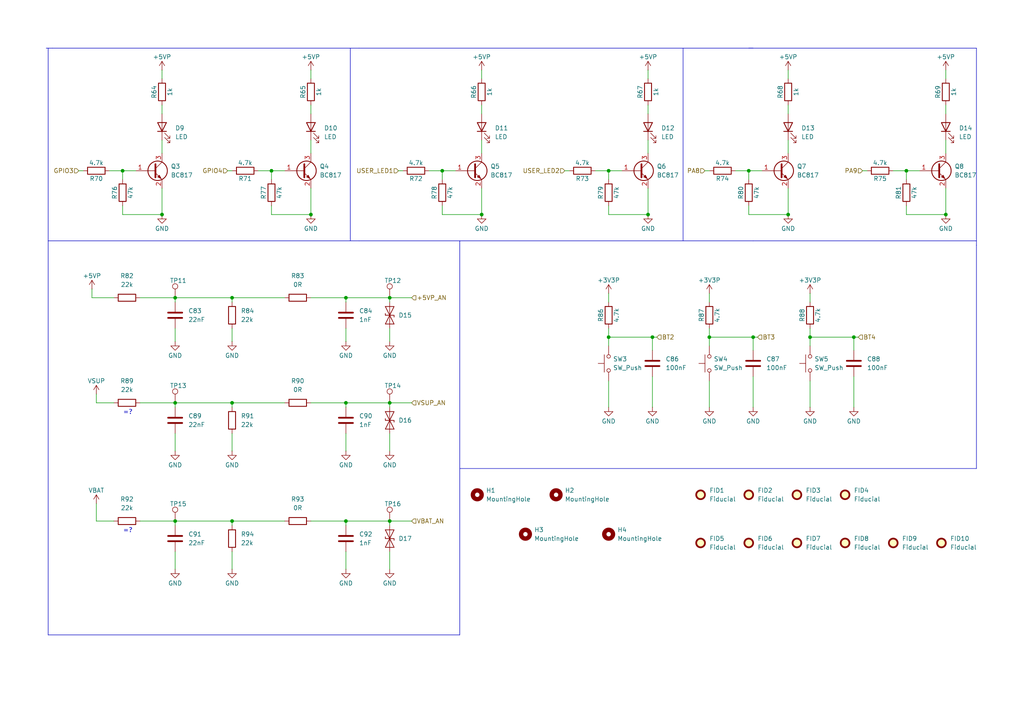
<source format=kicad_sch>
(kicad_sch (version 20250114) (generator "eeschema") (generator_version "9.0")
  (paper "A4")
  (title_block (title "OpenAirScope") (date "2025-09-08") (rev "v0-Draft") (company "E.Mert ÇAKIR"))
  (lib_symbols
    (symbol "Connector:TestPoint" (pin_numbers (hide yes)) (pin_names (offset 0.762) (hide yes))
      (property "Reference" "TP" (at 0 6.858 0))
      (property "Value" "TestPoint" (at 0 5.08 0))
      (symbol "TestPoint_0_1"
        (circle (center 0 3.302) (radius 0.762))
      )
      (symbol "TestPoint_1_1"
        (pin passive line (at 0 0 90) (length 2.54) (name "1") (number "1"))
      )
    )
    (symbol "Device:C" (pin_numbers (hide yes)) (pin_names (offset 0.254))
      (property "Reference" "C" (at 0.635 2.54 0))
      (property "Value" "C" (at 0.635 -2.54 0))
      (symbol "C_0_1"
        (polyline (pts (xy -2.032 0.762) (xy 2.032 0.762)) (stroke (width 0.508)))
        (polyline (pts (xy -2.032 -0.762) (xy 2.032 -0.762)) (stroke (width 0.508)))
      )
      (symbol "C_1_1"
        (pin passive line (at 0 3.81 270) (length 2.794) (name "~") (number "1"))
        (pin passive line (at 0 -3.81 90) (length 2.794) (name "~") (number "2"))
      )
    )
    (symbol "Device:LED" (pin_numbers (hide yes)) (pin_names (offset 1.016) (hide yes))
      (property "Reference" "D" (at 0 2.54 0))
      (property "Value" "LED" (at 0 -2.54 0))
      (symbol "LED_0_1"
        (polyline (pts (xy -3.048 -0.762) (xy -4.572 -2.286) (xy -3.81 -2.286) (xy -4.572 -2.286) (xy -4.572 -1.524)))
        (polyline (pts (xy -1.778 -0.762) (xy -3.302 -2.286) (xy -2.54 -2.286) (xy -3.302 -2.286) (xy -3.302 -1.524)))
        (polyline (pts (xy -1.27 0) (xy 1.27 0)))
        (polyline (pts (xy -1.27 -1.27) (xy -1.27 1.27)) (stroke (width 0.254)))
        (polyline (pts (xy 1.27 -1.27) (xy 1.27 1.27) (xy -1.27 0) (xy 1.27 -1.27)) (stroke (width 0.254)))
      )
      (symbol "LED_1_1"
        (pin passive line (at -3.81 0 0) (length 2.54) (name "K") (number "1"))
        (pin passive line (at 3.81 0 180) (length 2.54) (name "A") (number "2"))
      )
    )
    (symbol "Device:R" (pin_numbers (hide yes)) (pin_names (offset 0))
      (property "Reference" "R" (at 2.032 0 90))
      (property "Value" "R" (at 0 0 90))
      (symbol "R_0_1"
        (rectangle (start -1.016 -2.54) (end 1.016 2.54) (stroke (width 0.254)))
      )
      (symbol "R_1_1"
        (pin passive line (at 0 3.81 270) (length 1.27) (name "~") (number "1"))
        (pin passive line (at 0 -3.81 90) (length 1.27) (name "~") (number "2"))
      )
    )
    (symbol "Diode:ESD9B3.3ST5G" (pin_numbers (hide yes)) (pin_names (offset 1.016) (hide yes))
      (property "Reference" "D" (at 0 2.54 0))
      (property "Value" "ESD9B3.3ST5G" (at 0 -2.54 0))
      (symbol "ESD9B3.3ST5G_0_1"
        (polyline (pts (xy -2.54 -1.27) (xy 0 0) (xy -2.54 1.27) (xy -2.54 -1.27)) (stroke (width 0.2032)))
        (polyline (pts (xy 0.508 1.27) (xy 0 1.27) (xy 0 -1.27) (xy -0.508 -1.27)) (stroke (width 0.2032)))
        (polyline (pts (xy 1.27 0) (xy -1.27 0)))
        (polyline (pts (xy 2.54 1.27) (xy 2.54 -1.27) (xy 0 0) (xy 2.54 1.27)) (stroke (width 0.2032)))
      )
      (symbol "ESD9B3.3ST5G_1_1"
        (pin passive line (at -3.81 0 0) (length 2.54) (name "A1") (number "1"))
        (pin passive line (at 3.81 0 180) (length 2.54) (name "A2") (number "2"))
      )
    )
    (symbol "Mechanical:Fiducial" (in_bom no)
      (property "Reference" "FID" (at 0 5.08 0))
      (property "Value" "Fiducial" (at 0 3.175 0))
      (symbol "Fiducial_0_1"
        (circle (center 0 0) (radius 1.27) (stroke (width 0.508)) (fill (type background)))
      )
    )
    (symbol "Mechanical:MountingHole" (pin_names (offset 1.016)) (in_bom no)
      (property "Reference" "H" (at 0 5.08 0))
      (property "Value" "MountingHole" (at 0 3.175 0))
      (symbol "MountingHole_0_1"
        (circle (center 0 0) (radius 1.27) (stroke (width 1.27)))
      )
    )
    (symbol "Switch:SW_Push" (pin_numbers (hide yes)) (pin_names (offset 1.016) (hide yes))
      (property "Reference" "SW" (at 1.27 2.54 0))
      (property "Value" "SW_Push" (at 0 -1.524 0))
      (symbol "SW_Push_0_1"
        (circle (center -2.032 0) (radius 0.508))
        (polyline (pts (xy 0 1.27) (xy 0 3.048)))
        (circle (center 2.032 0) (radius 0.508))
        (polyline (pts (xy 2.54 1.27) (xy -2.54 1.27)))
        (pin passive line (at -5.08 0 0) (length 2.54) (name "1") (number "1"))
        (pin passive line (at 5.08 0 180) (length 2.54) (name "2") (number "2"))
      )
    )
    (symbol "Transistor_BJT:BC817" (pin_names (offset 0) (hide yes))
      (property "Reference" "Q" (at 5.08 1.905 0))
      (property "Value" "BC817" (at 5.08 0 0))
      (symbol "BC817_0_1"
        (polyline (pts (xy -2.54 0) (xy 0.635 0)))
        (polyline (pts (xy 0.635 1.905) (xy 0.635 -1.905)) (stroke (width 0.508)))
        (circle (center 1.27 0) (radius 2.8194) (stroke (width 0.254)))
      )
      (symbol "BC817_1_1"
        (polyline (pts (xy 0.635 0.635) (xy 2.54 2.54)))
        (polyline (pts (xy 0.635 -0.635) (xy 2.54 -2.54)))
        (polyline (pts (xy 1.27 -1.778) (xy 1.778 -1.27) (xy 2.286 -2.286) (xy 1.27 -1.778)) (fill (type outline)))
        (pin input line (at -5.08 0 0) (length 2.54) (name "B") (number "1"))
        (pin passive line (at 2.54 5.08 270) (length 2.54) (name "C") (number "3"))
        (pin passive line (at 2.54 -5.08 90) (length 2.54) (name "E") (number "2"))
      )
    )
    (symbol "power:GND" (power) (pin_numbers (hide yes)) (pin_names (offset 0) (hide yes))
      (property "Value" "GND" (at 0 -3.81 0))
      (symbol "GND_0_1"
        (polyline (pts (xy 0 0) (xy 0 -1.27) (xy 1.27 -1.27) (xy 0 -2.54) (xy -1.27 -1.27) (xy 0 -1.27)))
      )
      (symbol "GND_1_1"
        (pin power_in line (at 0 0 270) (length 0) (name "~") (number "1"))
      )
    )
    (symbol "power:VBUS" (power) (pin_numbers (hide yes)) (pin_names (offset 0) (hide yes))
      (property "Value" "VBUS" (at 0 3.556 0))
      (symbol "VBUS_0_1"
        (polyline (pts (xy -0.762 1.27) (xy 0 2.54)))
        (polyline (pts (xy 0 2.54) (xy 0.762 1.27)))
        (polyline (pts (xy 0 0) (xy 0 2.54)))
      )
      (symbol "VBUS_1_1"
        (pin power_in line (at 0 0 90) (length 0) (name "~") (number "1"))
      )
    )
  )
  (text "=?" (at 37.084 153.924 0) (effects (font (size 1.27 1.27))))
  (text "=?" (at 37.084 119.634 0) (effects (font (size 1.27 1.27))))
  (junction (at 234.95 97.79))
  (junction (at 46.99 62.23))
  (junction (at 218.44 97.79))
  (junction (at 35.56 49.53))
  (junction (at 100.33 116.84))
  (junction (at 113.03 116.84))
  (junction (at 228.6 62.23))
  (junction (at 139.7 62.23))
  (junction (at 90.17 62.23))
  (junction (at 50.8 116.84))
  (junction (at 176.53 49.53))
  (junction (at 187.96 62.23))
  (junction (at 247.65 97.79))
  (junction (at 67.31 116.84))
  (junction (at 262.89 49.53))
  (junction (at 217.17 49.53))
  (junction (at 50.8 151.13))
  (junction (at 189.23 97.79))
  (junction (at 100.33 151.13))
  (junction (at 128.27 49.53))
  (junction (at 50.8 86.36))
  (junction (at 113.03 86.36))
  (junction (at 67.31 151.13))
  (junction (at 78.74 49.53))
  (junction (at 113.03 151.13))
  (junction (at 176.53 97.79))
  (junction (at 274.32 62.23))
  (junction (at 67.31 86.36))
  (junction (at 205.74 97.79))
  (junction (at 100.33 86.36))
  (wire (pts (xy 35.56 59.69) (xy 35.56 62.23)))
  (wire (pts (xy 262.89 49.53) (xy 266.7 49.53)))
  (wire (pts (xy 113.03 118.11) (xy 113.03 116.84)))
  (wire (pts (xy 228.6 40.64) (xy 228.6 44.45)))
  (wire (pts (xy 67.31 160.02) (xy 67.31 165.1)))
  (wire (pts (xy 172.72 49.53) (xy 176.53 49.53)))
  (polyline (pts (xy 104.14 69.85) (xy 13.97 69.85)))
  (wire (pts (xy 189.23 101.6) (xy 189.23 97.79)))
  (wire (pts (xy 100.33 151.13) (xy 113.03 151.13)))
  (wire (pts (xy 234.95 97.79) (xy 234.95 100.33)))
  (wire (pts (xy 50.8 160.02) (xy 50.8 165.1)))
  (wire (pts (xy 90.17 54.61) (xy 90.17 62.23)))
  (wire (pts (xy 128.27 49.53) (xy 132.08 49.53)))
  (wire (pts (xy 176.53 59.69) (xy 176.53 62.23)))
  (wire (pts (xy 217.17 62.23) (xy 228.6 62.23)))
  (wire (pts (xy 35.56 62.23) (xy 46.99 62.23)))
  (wire (pts (xy 113.03 86.36) (xy 119.38 86.36)))
  (wire (pts (xy 90.17 40.64) (xy 90.17 44.45)))
  (wire (pts (xy 100.33 160.02) (xy 100.33 165.1)))
  (polyline (pts (xy 104.14 69.85) (xy 218.44 69.85)))
  (wire (pts (xy 78.74 49.53) (xy 78.74 52.07)))
  (wire (pts (xy 274.32 40.64) (xy 274.32 44.45)))
  (wire (pts (xy 128.27 49.53) (xy 128.27 52.07)))
  (wire (pts (xy 218.44 109.22) (xy 218.44 118.11)))
  (wire (pts (xy 228.6 20.32) (xy 228.6 22.86)))
  (wire (pts (xy 205.74 95.25) (xy 205.74 97.79)))
  (wire (pts (xy 50.8 86.36) (xy 67.31 86.36)))
  (wire (pts (xy 218.44 101.6) (xy 218.44 97.79)))
  (wire (pts (xy 274.32 30.48) (xy 274.32 33.02)))
  (wire (pts (xy 40.64 86.36) (xy 50.8 86.36)))
  (wire (pts (xy 176.53 110.49) (xy 176.53 118.11)))
  (wire (pts (xy 189.23 97.79) (xy 190.5 97.79)))
  (polyline (pts (xy 283.21 135.89) (xy 283.21 71.12)))
  (wire (pts (xy 247.65 97.79) (xy 234.95 97.79)))
  (wire (pts (xy 67.31 116.84) (xy 82.55 116.84)))
  (wire (pts (xy 124.46 49.53) (xy 128.27 49.53)))
  (wire (pts (xy 262.89 59.69) (xy 262.89 62.23)))
  (wire (pts (xy 46.99 30.48) (xy 46.99 33.02)))
  (wire (pts (xy 113.03 116.84) (xy 119.38 116.84)))
  (wire (pts (xy 128.27 59.69) (xy 128.27 62.23)))
  (wire (pts (xy 176.53 62.23) (xy 187.96 62.23)))
  (wire (pts (xy 90.17 116.84) (xy 100.33 116.84)))
  (polyline (pts (xy 198.12 13.97) (xy 198.12 69.85)))
  (wire (pts (xy 234.95 85.09) (xy 234.95 87.63)))
  (polyline (pts (xy 13.97 69.85) (xy 13.97 184.15)))
  (wire (pts (xy 163.83 49.53) (xy 165.1 49.53)))
  (wire (pts (xy 113.03 125.73) (xy 113.03 130.81)))
  (wire (pts (xy 213.36 49.53) (xy 217.17 49.53)))
  (wire (pts (xy 46.99 40.64) (xy 46.99 44.45)))
  (wire (pts (xy 66.04 49.53) (xy 67.31 49.53)))
  (wire (pts (xy 90.17 20.32) (xy 90.17 22.86)))
  (wire (pts (xy 46.99 54.61) (xy 46.99 62.23)))
  (wire (pts (xy 176.53 49.53) (xy 176.53 52.07)))
  (wire (pts (xy 189.23 109.22) (xy 189.23 118.11)))
  (wire (pts (xy 33.02 86.36) (xy 26.67 86.36)))
  (wire (pts (xy 50.8 116.84) (xy 50.8 118.11)))
  (wire (pts (xy 31.75 49.53) (xy 35.56 49.53)))
  (wire (pts (xy 176.53 49.53) (xy 180.34 49.53)))
  (polyline (pts (xy 101.6 13.97) (xy 101.6 69.85)))
  (wire (pts (xy 217.17 59.69) (xy 217.17 62.23)))
  (wire (pts (xy 40.64 116.84) (xy 50.8 116.84)))
  (wire (pts (xy 274.32 54.61) (xy 274.32 62.23)))
  (polyline (pts (xy 218.44 69.85) (xy 283.21 69.85)))
  (wire (pts (xy 100.33 116.84) (xy 113.03 116.84)))
  (wire (pts (xy 67.31 151.13) (xy 50.8 151.13)))
  (wire (pts (xy 78.74 49.53) (xy 82.55 49.53)))
  (wire (pts (xy 67.31 118.11) (xy 67.31 116.84)))
  (wire (pts (xy 139.7 40.64) (xy 139.7 44.45)))
  (wire (pts (xy 187.96 30.48) (xy 187.96 33.02)))
  (wire (pts (xy 50.8 86.36) (xy 50.8 87.63)))
  (wire (pts (xy 35.56 49.53) (xy 35.56 52.07)))
  (wire (pts (xy 187.96 40.64) (xy 187.96 44.45)))
  (wire (pts (xy 228.6 54.61) (xy 228.6 62.23)))
  (wire (pts (xy 67.31 116.84) (xy 50.8 116.84)))
  (wire (pts (xy 176.53 97.79) (xy 176.53 100.33)))
  (wire (pts (xy 78.74 59.69) (xy 78.74 62.23)))
  (polyline (pts (xy 133.35 69.85) (xy 133.35 71.12)))
  (wire (pts (xy 139.7 30.48) (xy 139.7 33.02)))
  (wire (pts (xy 50.8 151.13) (xy 50.8 152.4)))
  (wire (pts (xy 67.31 95.25) (xy 67.31 99.06)))
  (polyline (pts (xy 13.97 69.85) (xy 13.97 13.97)))
  (wire (pts (xy 113.03 86.36) (xy 100.33 86.36)))
  (polyline (pts (xy 13.3998 13.97) (xy 15.24 13.97)))
  (wire (pts (xy 128.27 62.23) (xy 139.7 62.23)))
  (wire (pts (xy 33.02 151.13) (xy 27.94 151.13)))
  (wire (pts (xy 205.74 85.09) (xy 205.74 87.63)))
  (wire (pts (xy 259.08 49.53) (xy 262.89 49.53)))
  (wire (pts (xy 67.31 125.73) (xy 67.31 130.81)))
  (wire (pts (xy 187.96 20.32) (xy 187.96 22.86)))
  (wire (pts (xy 100.33 86.36) (xy 100.33 87.63)))
  (wire (pts (xy 205.74 97.79) (xy 205.74 100.33)))
  (polyline (pts (xy 283.21 71.12) (xy 283.21 13.97)))
  (wire (pts (xy 234.95 95.25) (xy 234.95 97.79)))
  (wire (pts (xy 262.89 49.53) (xy 262.89 52.07)))
  (wire (pts (xy 113.03 151.13) (xy 119.38 151.13)))
  (wire (pts (xy 139.7 20.32) (xy 139.7 22.86)))
  (wire (pts (xy 40.64 151.13) (xy 50.8 151.13)))
  (wire (pts (xy 115.57 49.53) (xy 116.84 49.53)))
  (wire (pts (xy 234.95 110.49) (xy 234.95 118.11)))
  (wire (pts (xy 67.31 86.36) (xy 82.55 86.36)))
  (wire (pts (xy 27.94 146.05) (xy 27.94 151.13)))
  (wire (pts (xy 26.67 86.36) (xy 26.67 83.82)))
  (wire (pts (xy 113.03 95.25) (xy 113.03 99.06)))
  (wire (pts (xy 67.31 87.63) (xy 67.31 86.36)))
  (wire (pts (xy 74.93 49.53) (xy 78.74 49.53)))
  (wire (pts (xy 100.33 95.25) (xy 100.33 99.06)))
  (wire (pts (xy 27.94 116.84) (xy 27.94 114.3)))
  (wire (pts (xy 218.44 97.79) (xy 219.71 97.79)))
  (wire (pts (xy 67.31 152.4) (xy 67.31 151.13)))
  (polyline (pts (xy 133.35 135.89) (xy 283.21 135.89)))
  (wire (pts (xy 100.33 116.84) (xy 100.33 118.11)))
  (wire (pts (xy 176.53 85.09) (xy 176.53 87.63)))
  (wire (pts (xy 113.03 87.63) (xy 113.03 86.36)))
  (wire (pts (xy 46.99 20.32) (xy 46.99 22.86)))
  (wire (pts (xy 113.03 152.4) (xy 113.03 151.13)))
  (wire (pts (xy 228.6 30.48) (xy 228.6 33.02)))
  (wire (pts (xy 90.17 86.36) (xy 100.33 86.36)))
  (wire (pts (xy 247.65 101.6) (xy 247.65 97.79)))
  (wire (pts (xy 90.17 151.13) (xy 100.33 151.13)))
  (wire (pts (xy 217.17 49.53) (xy 217.17 52.07)))
  (wire (pts (xy 78.74 62.23) (xy 90.17 62.23)))
  (wire (pts (xy 204.47 49.53) (xy 205.74 49.53)))
  (wire (pts (xy 100.33 125.73) (xy 100.33 130.81)))
  (wire (pts (xy 274.32 20.32) (xy 274.32 22.86)))
  (polyline (pts (xy 283.21 13.97) (xy 217.17 13.97)))
  (wire (pts (xy 176.53 95.25) (xy 176.53 97.79)))
  (wire (pts (xy 218.44 97.79) (xy 205.74 97.79)))
  (wire (pts (xy 35.56 49.53) (xy 39.37 49.53)))
  (wire (pts (xy 33.02 116.84) (xy 27.94 116.84)))
  (polyline (pts (xy 15.24 13.97) (xy 104.14 13.97)))
  (wire (pts (xy 187.96 54.61) (xy 187.96 62.23)))
  (wire (pts (xy 250.19 49.53) (xy 251.46 49.53)))
  (wire (pts (xy 113.03 160.02) (xy 113.03 165.1)))
  (wire (pts (xy 247.65 109.22) (xy 247.65 118.11)))
  (polyline (pts (xy 133.35 184.15) (xy 133.35 71.12)))
  (wire (pts (xy 262.89 62.23) (xy 274.32 62.23)))
  (wire (pts (xy 100.33 151.13) (xy 100.33 152.4)))
  (wire (pts (xy 22.86 49.53) (xy 24.13 49.53)))
  (wire (pts (xy 205.74 110.49) (xy 205.74 118.11)))
  (wire (pts (xy 217.17 49.53) (xy 220.98 49.53)))
  (wire (pts (xy 90.17 30.48) (xy 90.17 33.02)))
  (polyline (pts (xy 218.44 13.97) (xy 104.14 13.97)))
  (wire (pts (xy 247.65 97.79) (xy 248.92 97.79)))
  (polyline (pts (xy 13.97 184.15) (xy 133.35 184.15)))
  (wire (pts (xy 50.8 125.73) (xy 50.8 130.81)))
  (wire (pts (xy 67.31 151.13) (xy 82.55 151.13)))
  (wire (pts (xy 189.23 97.79) (xy 176.53 97.79)))
  (wire (pts (xy 50.8 95.25) (xy 50.8 99.06)))
  (wire (pts (xy 139.7 54.61) (xy 139.7 62.23)))
  (hierarchical_label "VSUP_AN" (shape input) (at 119.38 116.84 0))
  (hierarchical_label "BT4" (shape input) (at 248.92 97.79 0))
  (hierarchical_label "PA9" (shape input) (at 250.19 49.53 180))
  (hierarchical_label "VBAT_AN" (shape input) (at 119.38 151.13 0))
  (hierarchical_label "BT2" (shape input) (at 190.5 97.79 0))
  (hierarchical_label "PA8" (shape input) (at 204.47 49.53 180))
  (hierarchical_label "+5VP_AN" (shape input) (at 119.38 86.36 0))
  (hierarchical_label "GPIO4" (shape input) (at 66.04 49.53 180))
  (hierarchical_label "BT3" (shape input) (at 219.71 97.79 0))
  (hierarchical_label "USER_LED2" (shape input) (at 163.83 49.53 180))
  (hierarchical_label "USER_LED1" (shape input) (at 115.57 49.53 180))
  (hierarchical_label "GPIO3" (shape input) (at 22.86 49.53 180))
  (symbol (lib_id "power:GND") (at 100.33 99.06 0) (unit 1)
    (property "Reference" "#PWR0174" (effects (hide yes)))
    (property "Value" "GND" (at 100.33 103.124 0))
    (property "Description" "Power symbol creates a global label with name \"GND\" , ground" (effects (hide yes)))
  )
  (symbol (lib_id "Device:R") (at 27.94 49.53 270) (unit 1)
    (property "Reference" "R70" (at 27.94 51.816 90))
    (property "Value" "4.7k" (at 27.94 47.244 90))
    (property "Footprint" "Resistor_SMD:R_0603_1608Metric" (effects (hide yes)))
    (property "Description" "Resistor" (effects (hide yes)))
  )
  (symbol (lib_id "Device:R") (at 168.91 49.53 270) (unit 1)
    (property "Reference" "R73" (at 168.91 51.816 90))
    (property "Value" "4.7k" (at 168.91 47.244 90))
    (property "Footprint" "Resistor_SMD:R_0603_1608Metric" (effects (hide yes)))
    (property "Description" "Resistor" (effects (hide yes)))
  )
  (symbol (lib_id "power:GND") (at 113.03 99.06 0) (unit 1)
    (property "Reference" "#PWR0175" (effects (hide yes)))
    (property "Value" "GND" (at 113.03 103.124 0))
    (property "Description" "Power symbol creates a global label with name \"GND\" , ground" (effects (hide yes)))
  )
  (symbol (lib_id "Transistor_BJT:BC817") (at 137.16 49.53 0) (unit 1)
    (property "Reference" "Q5" (at 142.24 48.2599 0) (effects (justify left)))
    (property "Value" "BC817" (at 142.24 50.7999 0) (effects (justify left)))
    (property "Footprint" "Package_TO_SOT_SMD:SOT-23" (effects (hide yes)))
    (property "Datasheet" "https://www.onsemi.com/pub/Collateral/BC818-D.pdf" (effects (hide yes)))
    (property "Description" "0.8A Ic, 45V Vce, NPN Transistor, SOT-23" (effects (hide yes)))
  )
  (symbol (lib_id "power:VBUS") (at 27.94 114.3 0) (unit 1)
    (property "Reference" "#PWR0176" (effects (hide yes)))
    (property "Value" "VSUP" (at 27.94 110.49 0))
    (property "Description" "Power symbol creates a global label with name \"VBUS\"" (effects (hide yes)))
  )
  (symbol (lib_id "power:GND") (at 274.32 62.23 0) (unit 1)
    (property "Reference" "#PWR0166" (effects (hide yes)))
    (property "Value" "GND" (at 274.32 66.294 0))
    (property "Description" "Power symbol creates a global label with name \"GND\" , ground" (effects (hide yes)))
  )
  (symbol (lib_id "Diode:ESD9B3.3ST5G") (at 113.03 121.92 90) (unit 1)
    (property "Reference" "D16" (at 115.57 121.9199 90) (effects (justify right)))
    (property "Value" "ESD9B3.3ST5G" (effects (hide yes)))
    (property "Footprint" "Diode_SMD:D_SOD-923" (effects (hide yes)))
    (property "Datasheet" "https://www.onsemi.com/pub/Collateral/ESD9B-D.PDF" (effects (hide yes)))
    (property "Description" "ESD protection diode, 3.3Vrwm, SOD-923" (effects (hide yes)))
  )
  (symbol (lib_id "Mechanical:MountingHole") (at 161.29 143.51 0) (unit 1) (in_bom no)
    (property "Reference" "H2" (at 163.83 142.2399 0) (effects (justify left)))
    (property "Value" "MountingHole" (at 163.83 144.7799 0) (effects (justify left)))
    (property "Footprint" "MountingHole:MountingHole_3.2mm_M3_ISO7380" (effects (hide yes)))
    (property "Description" "Mounting Hole without connection" (effects (hide yes)))
  )
  (symbol (lib_id "power:GND") (at 67.31 99.06 0) (unit 1)
    (property "Reference" "#PWR0173" (effects (hide yes)))
    (property "Value" "GND" (at 67.31 103.124 0))
    (property "Description" "Power symbol creates a global label with name \"GND\" , ground" (effects (hide yes)))
  )
  (symbol (lib_id "Transistor_BJT:BC817") (at 44.45 49.53 0) (unit 1)
    (property "Reference" "Q3" (at 49.53 48.2599 0) (effects (justify left)))
    (property "Value" "BC817" (at 49.53 50.7999 0) (effects (justify left)))
    (property "Footprint" "Package_TO_SOT_SMD:SOT-23" (effects (hide yes)))
    (property "Datasheet" "https://www.onsemi.com/pub/Collateral/BC818-D.pdf" (effects (hide yes)))
    (property "Description" "0.8A Ic, 45V Vce, NPN Transistor, SOT-23" (effects (hide yes)))
  )
  (symbol (lib_id "Transistor_BJT:BC817") (at 87.63 49.53 0) (unit 1)
    (property "Reference" "Q4" (at 92.71 48.2599 0) (effects (justify left)))
    (property "Value" "BC817" (at 92.71 50.7999 0) (effects (justify left)))
    (property "Footprint" "Package_TO_SOT_SMD:SOT-23" (effects (hide yes)))
    (property "Datasheet" "https://www.onsemi.com/pub/Collateral/BC818-D.pdf" (effects (hide yes)))
    (property "Description" "0.8A Ic, 45V Vce, NPN Transistor, SOT-23" (effects (hide yes)))
  )
  (symbol (lib_id "Device:LED") (at 139.7 36.83 90) (unit 1)
    (property "Reference" "D11" (at 143.51 37.1474 90) (effects (justify right)))
    (property "Value" "LED" (at 143.51 39.6874 90) (effects (justify right)))
    (property "Footprint" "LED_SMD:LED_0603_1608Metric" (effects (hide yes)))
    (property "Description" "Light emitting diode" (effects (hide yes)))
    (property "Sim.Pins" "1=K 2=A" (effects (hide yes)))
  )
  (symbol (lib_id "Transistor_BJT:BC817") (at 271.78 49.53 0) (unit 1)
    (property "Reference" "Q8" (at 276.86 48.2599 0) (effects (justify left)))
    (property "Value" "BC817" (at 276.86 50.7999 0) (effects (justify left)))
    (property "Footprint" "Package_TO_SOT_SMD:SOT-23" (effects (hide yes)))
    (property "Datasheet" "https://www.onsemi.com/pub/Collateral/BC818-D.pdf" (effects (hide yes)))
    (property "Description" "0.8A Ic, 45V Vce, NPN Transistor, SOT-23" (effects (hide yes)))
  )
  (symbol (lib_id "power:GND") (at 139.7 62.23 0) (unit 1)
    (property "Reference" "#PWR0163" (effects (hide yes)))
    (property "Value" "GND" (at 139.7 66.294 0))
    (property "Description" "Power symbol creates a global label with name \"GND\" , ground" (effects (hide yes)))
  )
  (symbol (lib_id "Mechanical:Fiducial") (at 231.14 143.51 0) (unit 1) (in_bom no)
    (property "Reference" "FID3" (at 233.68 142.2399 0) (effects (justify left)))
    (property "Value" "Fiducial" (at 233.68 144.7799 0) (effects (justify left)))
    (property "Footprint" "Fiducial:Fiducial_1mm_Mask2mm" (effects (hide yes)))
    (property "Description" "Fiducial Marker" (effects (hide yes)))
  )
  (symbol (lib_id "Device:R") (at 67.31 156.21 180) (unit 1)
    (property "Reference" "R94" (at 69.85 154.9399 0) (effects (justify right)))
    (property "Value" "22k" (at 69.85 157.4799 0) (effects (justify right)))
    (property "Footprint" "Resistor_SMD:R_0603_1608Metric" (effects (hide yes)))
    (property "Description" "Resistor" (effects (hide yes)))
  )
  (symbol (lib_id "Device:LED") (at 46.99 36.83 90) (unit 1)
    (property "Reference" "D9" (at 50.8 37.1474 90) (effects (justify right)))
    (property "Value" "LED" (at 50.8 39.6874 90) (effects (justify right)))
    (property "Footprint" "LED_SMD:LED_0603_1608Metric" (effects (hide yes)))
    (property "Description" "Light emitting diode" (effects (hide yes)))
    (property "Sim.Pins" "1=K 2=A" (effects (hide yes)))
  )
  (symbol (lib_id "Device:LED") (at 228.6 36.83 90) (unit 1)
    (property "Reference" "D13" (at 232.41 37.1474 90) (effects (justify right)))
    (property "Value" "LED" (at 232.41 39.6874 90) (effects (justify right)))
    (property "Footprint" "LED_SMD:LED_0603_1608Metric" (effects (hide yes)))
    (property "Description" "Light emitting diode" (effects (hide yes)))
    (property "Sim.Pins" "1=K 2=A" (effects (hide yes)))
  )
  (symbol (lib_id "Device:C") (at 100.33 156.21 0) (unit 1)
    (property "Reference" "C92" (at 104.14 154.9399 0) (effects (justify left)))
    (property "Value" "1nF" (at 104.14 157.4799 0) (effects (justify left)))
    (property "Footprint" "Capacitor_SMD:C_0603_1608Metric" (effects (hide yes)))
    (property "Description" "Unpolarized capacitor" (effects (hide yes)))
  )
  (symbol (lib_id "power:VBUS") (at 27.94 146.05 0) (unit 1)
    (property "Reference" "#PWR0189" (effects (hide yes)))
    (property "Value" "VBAT" (at 27.94 142.24 0))
    (property "Description" "Power symbol creates a global label with name \"VBUS\"" (effects (hide yes)))
  )
  (symbol (lib_id "Device:R") (at 205.74 91.44 180) (unit 1)
    (property "Reference" "R87" (at 203.454 91.44 90))
    (property "Value" "4.7k" (at 208.026 91.44 90))
    (property "Footprint" "Resistor_SMD:R_0603_1608Metric" (effects (hide yes)))
    (property "Description" "Resistor" (effects (hide yes)))
  )
  (symbol (lib_id "Device:R") (at 78.74 55.88 180) (unit 1)
    (property "Reference" "R77" (at 76.454 55.88 90))
    (property "Value" "47k" (at 81.026 55.88 90))
    (property "Footprint" "Resistor_SMD:R_0603_1608Metric" (effects (hide yes)))
    (property "Description" "Resistor" (effects (hide yes)))
  )
  (symbol (lib_id "power:VBUS") (at 274.32 20.32 0) (unit 1)
    (property "Reference" "#PWR0160" (effects (hide yes)))
    (property "Value" "+5VP" (at 274.32 16.51 0))
    (property "Description" "Power symbol creates a global label with name \"VBUS\"" (effects (hide yes)))
  )
  (symbol (lib_id "power:GND") (at 67.31 165.1 0) (unit 1)
    (property "Reference" "#PWR0191" (effects (hide yes)))
    (property "Value" "GND" (at 67.31 169.164 0))
    (property "Description" "Power symbol creates a global label with name \"GND\" , ground" (effects (hide yes)))
  )
  (symbol (lib_id "Device:LED") (at 187.96 36.83 90) (unit 1)
    (property "Reference" "D12" (at 191.77 37.1474 90) (effects (justify right)))
    (property "Value" "LED" (at 191.77 39.6874 90) (effects (justify right)))
    (property "Footprint" "LED_SMD:LED_0603_1608Metric" (effects (hide yes)))
    (property "Description" "Light emitting diode" (effects (hide yes)))
    (property "Sim.Pins" "1=K 2=A" (effects (hide yes)))
  )
  (symbol (lib_id "Device:R") (at 209.55 49.53 270) (unit 1)
    (property "Reference" "R74" (at 209.55 51.816 90))
    (property "Value" "4.7k" (at 209.55 47.244 90))
    (property "Footprint" "Resistor_SMD:R_0603_1608Metric" (effects (hide yes)))
    (property "Description" "Resistor" (effects (hide yes)))
  )
  (symbol (lib_id "Device:C") (at 50.8 156.21 0) (unit 1)
    (property "Reference" "C91" (at 54.61 154.9399 0) (effects (justify left)))
    (property "Value" "22nF" (at 54.61 157.4799 0) (effects (justify left)))
    (property "Footprint" "Capacitor_SMD:C_0603_1608Metric" (effects (hide yes)))
    (property "Description" "Unpolarized capacitor" (effects (hide yes)))
  )
  (symbol (lib_id "Device:R") (at 71.12 49.53 270) (unit 1)
    (property "Reference" "R71" (at 71.12 51.816 90))
    (property "Value" "4.7k" (at 71.12 47.244 90))
    (property "Footprint" "Resistor_SMD:R_0603_1608Metric" (effects (hide yes)))
    (property "Description" "Resistor" (effects (hide yes)))
  )
  (symbol (lib_id "Connector:TestPoint") (at 50.8 116.84 0) (unit 1)
    (property "Reference" "TP13" (at 49.2617 111.8673 0) (effects (justify left)))
    (property "Value" "TestPoint" (effects (hide yes)))
    (property "Footprint" "TestPoint:TestPoint_Pad_D1.0mm" (effects (hide yes)))
    (property "Description" "test point" (effects (hide yes)))
  )
  (symbol (lib_id "Mechanical:Fiducial") (at 259.08 157.48 0) (unit 1) (in_bom no)
    (property "Reference" "FID9" (at 261.62 156.2099 0) (effects (justify left)))
    (property "Value" "Fiducial" (at 261.62 158.7499 0) (effects (justify left)))
    (property "Footprint" "Fiducial:Fiducial_1mm_Mask2mm" (effects (hide yes)))
    (property "Description" "Fiducial Marker" (effects (hide yes)))
  )
  (symbol (lib_id "Mechanical:MountingHole") (at 152.4 154.94 0) (unit 1) (in_bom no)
    (property "Reference" "H3" (at 154.94 153.6699 0) (effects (justify left)))
    (property "Value" "MountingHole" (at 154.94 156.2099 0) (effects (justify left)))
    (property "Footprint" "MountingHole:MountingHole_3.2mm_M3_ISO7380" (effects (hide yes)))
    (property "Description" "Mounting Hole without connection" (effects (hide yes)))
  )
  (symbol (lib_id "Device:C") (at 50.8 91.44 0) (unit 1)
    (property "Reference" "C83" (at 54.61 90.1699 0) (effects (justify left)))
    (property "Value" "22nF" (at 54.61 92.7099 0) (effects (justify left)))
    (property "Footprint" "Capacitor_SMD:C_0603_1608Metric" (effects (hide yes)))
    (property "Description" "Unpolarized capacitor" (effects (hide yes)))
  )
  (symbol (lib_id "power:VBUS") (at 139.7 20.32 0) (unit 1)
    (property "Reference" "#PWR0157" (effects (hide yes)))
    (property "Value" "+5VP" (at 139.7 16.51 0))
    (property "Description" "Power symbol creates a global label with name \"VBUS\"" (effects (hide yes)))
  )
  (symbol (lib_id "power:GND") (at 50.8 99.06 0) (unit 1)
    (property "Reference" "#PWR0172" (effects (hide yes)))
    (property "Value" "GND" (at 50.8 103.124 0))
    (property "Description" "Power symbol creates a global label with name \"GND\" , ground" (effects (hide yes)))
  )
  (symbol (lib_id "Device:R") (at 86.36 86.36 90) (unit 1)
    (property "Reference" "R83" (at 86.36 80.01 90))
    (property "Value" "0R" (at 86.36 82.55 90))
    (property "Footprint" "Resistor_SMD:R_0603_1608Metric" (effects (hide yes)))
    (property "Description" "Resistor" (effects (hide yes)))
  )
  (symbol (lib_id "Mechanical:Fiducial") (at 273.05 157.48 0) (unit 1) (in_bom no)
    (property "Reference" "FID10" (at 275.59 156.2099 0) (effects (justify left)))
    (property "Value" "Fiducial" (at 275.59 158.7499 0) (effects (justify left)))
    (property "Footprint" "Fiducial:Fiducial_1mm_Mask2mm" (effects (hide yes)))
    (property "Description" "Fiducial Marker" (effects (hide yes)))
  )
  (symbol (lib_id "Connector:TestPoint") (at 50.8 86.36 0) (unit 1)
    (property "Reference" "TP11" (at 49.2617 81.3873 0) (effects (justify left)))
    (property "Value" "TestPoint" (effects (hide yes)))
    (property "Footprint" "TestPoint:TestPoint_Pad_D1.0mm" (effects (hide yes)))
    (property "Description" "test point" (effects (hide yes)))
  )
  (symbol (lib_id "Switch:SW_Push") (at 205.74 105.41 90) (unit 1)
    (property "Reference" "SW4" (at 207.01 104.1399 90) (effects (justify right)))
    (property "Value" "SW_Push" (at 207.01 106.6799 90) (effects (justify right)))
    (property "Footprint" "Button_Switch_THT:SW_PUSH_6mm_H13mm" (effects (hide yes)))
    (property "Description" "Push button switch, generic, two pins" (effects (hide yes)))
  )
  (symbol (lib_id "Device:R") (at 35.56 55.88 180) (unit 1)
    (property "Reference" "R76" (at 33.274 55.88 90))
    (property "Value" "47k" (at 37.846 55.88 90))
    (property "Footprint" "Resistor_SMD:R_0603_1608Metric" (effects (hide yes)))
    (property "Description" "Resistor" (effects (hide yes)))
  )
  (symbol (lib_id "Device:R") (at 176.53 55.88 180) (unit 1)
    (property "Reference" "R79" (at 174.244 55.88 90))
    (property "Value" "47k" (at 178.816 55.88 90))
    (property "Footprint" "Resistor_SMD:R_0603_1608Metric" (effects (hide yes)))
    (property "Description" "Resistor" (effects (hide yes)))
  )
  (symbol (lib_id "Transistor_BJT:BC817") (at 226.06 49.53 0) (unit 1)
    (property "Reference" "Q7" (at 231.14 48.2599 0) (effects (justify left)))
    (property "Value" "BC817" (at 231.14 50.7999 0) (effects (justify left)))
    (property "Footprint" "Package_TO_SOT_SMD:SOT-23" (effects (hide yes)))
    (property "Datasheet" "https://www.onsemi.com/pub/Collateral/BC818-D.pdf" (effects (hide yes)))
    (property "Description" "0.8A Ic, 45V Vce, NPN Transistor, SOT-23" (effects (hide yes)))
  )
  (symbol (lib_id "power:GND") (at 205.74 118.11 0) (unit 1)
    (property "Reference" "#PWR0181" (effects (hide yes)))
    (property "Value" "GND" (at 205.74 122.174 0))
    (property "Description" "Power symbol creates a global label with name \"GND\" , ground" (effects (hide yes)))
  )
  (symbol (lib_id "Diode:ESD9B3.3ST5G") (at 113.03 156.21 90) (unit 1)
    (property "Reference" "D17" (at 115.57 156.2099 90) (effects (justify right)))
    (property "Value" "ESD9B3.3ST5G" (effects (hide yes)))
    (property "Footprint" "Diode_SMD:D_SOD-923" (effects (hide yes)))
    (property "Datasheet" "https://www.onsemi.com/pub/Collateral/ESD9B-D.PDF" (effects (hide yes)))
    (property "Description" "ESD protection diode, 3.3Vrwm, SOD-923" (effects (hide yes)))
  )
  (symbol (lib_id "power:VBUS") (at 205.74 85.09 0) (unit 1)
    (property "Reference" "#PWR0170" (effects (hide yes)))
    (property "Value" "+3V3P" (at 205.74 81.28 0))
    (property "Description" "Power symbol creates a global label with name \"VBUS\"" (effects (hide yes)))
  )
  (symbol (lib_id "power:VBUS") (at 187.96 20.32 0) (unit 1)
    (property "Reference" "#PWR0158" (effects (hide yes)))
    (property "Value" "+5VP" (at 187.96 16.51 0))
    (property "Description" "Power symbol creates a global label with name \"VBUS\"" (effects (hide yes)))
  )
  (symbol (lib_id "Device:R") (at 274.32 26.67 180) (unit 1)
    (property "Reference" "R69" (at 272.034 26.67 90))
    (property "Value" "1k" (at 276.606 26.67 90))
    (property "Footprint" "Resistor_SMD:R_0603_1608Metric" (effects (hide yes)))
    (property "Description" "Resistor" (effects (hide yes)))
  )
  (symbol (lib_id "Mechanical:MountingHole") (at 138.43 143.51 0) (unit 1) (in_bom no)
    (property "Reference" "H1" (at 140.97 142.2399 0) (effects (justify left)))
    (property "Value" "MountingHole" (at 140.97 144.7799 0) (effects (justify left)))
    (property "Footprint" "MountingHole:MountingHole_3.2mm_M3_ISO7380" (effects (hide yes)))
    (property "Description" "Mounting Hole without connection" (effects (hide yes)))
  )
  (symbol (lib_id "power:GND") (at 50.8 130.81 0) (unit 1)
    (property "Reference" "#PWR0185" (effects (hide yes)))
    (property "Value" "GND" (at 50.8 134.874 0))
    (property "Description" "Power symbol creates a global label with name \"GND\" , ground" (effects (hide yes)))
  )
  (symbol (lib_id "Mechanical:Fiducial") (at 245.11 157.48 0) (unit 1) (in_bom no)
    (property "Reference" "FID8" (at 247.65 156.2099 0) (effects (justify left)))
    (property "Value" "Fiducial" (at 247.65 158.7499 0) (effects (justify left)))
    (property "Footprint" "Fiducial:Fiducial_1mm_Mask2mm" (effects (hide yes)))
    (property "Description" "Fiducial Marker" (effects (hide yes)))
  )
  (symbol (lib_id "Device:R") (at 36.83 151.13 90) (unit 1)
    (property "Reference" "R92" (at 36.83 144.78 90))
    (property "Value" "22k" (at 36.83 147.32 90))
    (property "Footprint" "Resistor_SMD:R_0603_1608Metric" (effects (hide yes)))
    (property "Description" "Resistor" (effects (hide yes)))
  )
  (symbol (lib_id "Device:LED") (at 274.32 36.83 90) (unit 1)
    (property "Reference" "D14" (at 278.13 37.1474 90) (effects (justify right)))
    (property "Value" "LED" (at 278.13 39.6874 90) (effects (justify right)))
    (property "Footprint" "LED_SMD:LED_0603_1608Metric" (effects (hide yes)))
    (property "Description" "Light emitting diode" (effects (hide yes)))
    (property "Sim.Pins" "1=K 2=A" (effects (hide yes)))
  )
  (symbol (lib_id "Switch:SW_Push") (at 234.95 105.41 90) (unit 1)
    (property "Reference" "SW5" (at 236.22 104.1399 90) (effects (justify right)))
    (property "Value" "SW_Push" (at 236.22 106.6799 90) (effects (justify right)))
    (property "Footprint" "Button_Switch_THT:SW_PUSH_6mm_H13mm" (effects (hide yes)))
    (property "Description" "Push button switch, generic, two pins" (effects (hide yes)))
  )
  (symbol (lib_id "power:GND") (at 247.65 118.11 0) (unit 1)
    (property "Reference" "#PWR0184" (effects (hide yes)))
    (property "Value" "GND" (at 247.65 122.174 0))
    (property "Description" "Power symbol creates a global label with name \"GND\" , ground" (effects (hide yes)))
  )
  (symbol (lib_id "power:GND") (at 90.17 62.23 0) (unit 1)
    (property "Reference" "#PWR0162" (effects (hide yes)))
    (property "Value" "GND" (at 90.17 66.294 0))
    (property "Description" "Power symbol creates a global label with name \"GND\" , ground" (effects (hide yes)))
  )
  (symbol (lib_id "power:VBUS") (at 176.53 85.09 0) (unit 1)
    (property "Reference" "#PWR0169" (effects (hide yes)))
    (property "Value" "+3V3P" (at 176.53 81.28 0))
    (property "Description" "Power symbol creates a global label with name \"VBUS\"" (effects (hide yes)))
  )
  (symbol (lib_id "Device:R") (at 36.83 116.84 90) (unit 1)
    (property "Reference" "R89" (at 36.83 110.49 90))
    (property "Value" "22k" (at 36.83 113.03 90))
    (property "Footprint" "Resistor_SMD:R_0603_1608Metric" (effects (hide yes)))
    (property "Description" "Resistor" (effects (hide yes)))
  )
  (symbol (lib_id "Device:C") (at 218.44 105.41 0) (unit 1)
    (property "Reference" "C87" (at 222.25 104.1399 0) (effects (justify left)))
    (property "Value" "100nF" (at 222.25 106.6799 0) (effects (justify left)))
    (property "Footprint" "Capacitor_SMD:C_0603_1608Metric" (effects (hide yes)))
    (property "Description" "Unpolarized capacitor" (effects (hide yes)))
  )
  (symbol (lib_id "Mechanical:Fiducial") (at 231.14 157.48 0) (unit 1) (in_bom no)
    (property "Reference" "FID7" (at 233.68 156.2099 0) (effects (justify left)))
    (property "Value" "Fiducial" (at 233.68 158.7499 0) (effects (justify left)))
    (property "Footprint" "Fiducial:Fiducial_1mm_Mask2mm" (effects (hide yes)))
    (property "Description" "Fiducial Marker" (effects (hide yes)))
  )
  (symbol (lib_id "Connector:TestPoint") (at 113.03 116.84 0) (unit 1)
    (property "Reference" "TP14" (at 111.4917 111.8673 0) (effects (justify left)))
    (property "Value" "TestPoint" (effects (hide yes)))
    (property "Footprint" "TestPoint:TestPoint_Pad_D1.0mm" (effects (hide yes)))
    (property "Description" "test point" (effects (hide yes)))
  )
  (symbol (lib_id "Device:R") (at 90.17 26.67 180) (unit 1)
    (property "Reference" "R65" (at 87.884 26.67 90))
    (property "Value" "1k" (at 92.456 26.67 90))
    (property "Footprint" "Resistor_SMD:R_0603_1608Metric" (effects (hide yes)))
    (property "Description" "Resistor" (effects (hide yes)))
  )
  (symbol (lib_id "Device:C") (at 100.33 121.92 0) (unit 1)
    (property "Reference" "C90" (at 104.14 120.6499 0) (effects (justify left)))
    (property "Value" "1nF" (at 104.14 123.1899 0) (effects (justify left)))
    (property "Footprint" "Capacitor_SMD:C_0603_1608Metric" (effects (hide yes)))
    (property "Description" "Unpolarized capacitor" (effects (hide yes)))
  )
  (symbol (lib_id "Device:C") (at 100.33 91.44 0) (unit 1)
    (property "Reference" "C84" (at 104.14 90.1699 0) (effects (justify left)))
    (property "Value" "1nF" (at 104.14 92.7099 0) (effects (justify left)))
    (property "Footprint" "Capacitor_SMD:C_0603_1608Metric" (effects (hide yes)))
    (property "Description" "Unpolarized capacitor" (effects (hide yes)))
  )
  (symbol (lib_id "Mechanical:Fiducial") (at 245.11 143.51 0) (unit 1) (in_bom no)
    (property "Reference" "FID4" (at 247.65 142.2399 0) (effects (justify left)))
    (property "Value" "Fiducial" (at 247.65 144.7799 0) (effects (justify left)))
    (property "Footprint" "Fiducial:Fiducial_1mm_Mask2mm" (effects (hide yes)))
    (property "Description" "Fiducial Marker" (effects (hide yes)))
  )
  (symbol (lib_id "Device:R") (at 262.89 55.88 180) (unit 1)
    (property "Reference" "R81" (at 260.604 55.88 90))
    (property "Value" "47k" (at 265.176 55.88 90))
    (property "Footprint" "Resistor_SMD:R_0603_1608Metric" (effects (hide yes)))
    (property "Description" "Resistor" (effects (hide yes)))
  )
  (symbol (lib_id "Connector:TestPoint") (at 50.8 151.13 0) (unit 1)
    (property "Reference" "TP15" (at 49.2617 146.1573 0) (effects (justify left)))
    (property "Value" "TestPoint" (effects (hide yes)))
    (property "Footprint" "TestPoint:TestPoint_Pad_D1.0mm" (effects (hide yes)))
    (property "Description" "test point" (effects (hide yes)))
  )
  (symbol (lib_id "Device:R") (at 139.7 26.67 180) (unit 1)
    (property "Reference" "R66" (at 137.414 26.67 90))
    (property "Value" "1k" (at 141.986 26.67 90))
    (property "Footprint" "Resistor_SMD:R_0603_1608Metric" (effects (hide yes)))
    (property "Description" "Resistor" (effects (hide yes)))
  )
  (symbol (lib_id "power:GND") (at 67.31 130.81 0) (unit 1)
    (property "Reference" "#PWR0186" (effects (hide yes)))
    (property "Value" "GND" (at 67.31 134.874 0))
    (property "Description" "Power symbol creates a global label with name \"GND\" , ground" (effects (hide yes)))
  )
  (symbol (lib_id "Device:R") (at 187.96 26.67 180) (unit 1)
    (property "Reference" "R67" (at 185.674 26.67 90))
    (property "Value" "1k" (at 190.246 26.67 90))
    (property "Footprint" "Resistor_SMD:R_0603_1608Metric" (effects (hide yes)))
    (property "Description" "Resistor" (effects (hide yes)))
  )
  (symbol (lib_id "Transistor_BJT:BC817") (at 185.42 49.53 0) (unit 1)
    (property "Reference" "Q6" (at 190.5 48.2599 0) (effects (justify left)))
    (property "Value" "BC817" (at 190.5 50.7999 0) (effects (justify left)))
    (property "Footprint" "Package_TO_SOT_SMD:SOT-23" (effects (hide yes)))
    (property "Datasheet" "https://www.onsemi.com/pub/Collateral/BC818-D.pdf" (effects (hide yes)))
    (property "Description" "0.8A Ic, 45V Vce, NPN Transistor, SOT-23" (effects (hide yes)))
  )
  (symbol (lib_id "power:GND") (at 113.03 130.81 0) (unit 1)
    (property "Reference" "#PWR0188" (effects (hide yes)))
    (property "Value" "GND" (at 113.03 134.874 0))
    (property "Description" "Power symbol creates a global label with name \"GND\" , ground" (effects (hide yes)))
  )
  (symbol (lib_id "Device:C") (at 189.23 105.41 0) (unit 1)
    (property "Reference" "C86" (at 193.04 104.1399 0) (effects (justify left)))
    (property "Value" "100nF" (at 193.04 106.6799 0) (effects (justify left)))
    (property "Footprint" "Capacitor_SMD:C_0603_1608Metric" (effects (hide yes)))
    (property "Description" "Unpolarized capacitor" (effects (hide yes)))
  )
  (symbol (lib_id "Device:R") (at 255.27 49.53 270) (unit 1)
    (property "Reference" "R75" (at 255.27 51.816 90))
    (property "Value" "4.7k" (at 255.27 47.244 90))
    (property "Footprint" "Resistor_SMD:R_0603_1608Metric" (effects (hide yes)))
    (property "Description" "Resistor" (effects (hide yes)))
  )
  (symbol (lib_id "Device:R") (at 67.31 121.92 180) (unit 1)
    (property "Reference" "R91" (at 69.85 120.6499 0) (effects (justify right)))
    (property "Value" "22k" (at 69.85 123.1899 0) (effects (justify right)))
    (property "Footprint" "Resistor_SMD:R_0603_1608Metric" (effects (hide yes)))
    (property "Description" "Resistor" (effects (hide yes)))
  )
  (symbol (lib_id "Mechanical:Fiducial") (at 217.17 143.51 0) (unit 1) (in_bom no)
    (property "Reference" "FID2" (at 219.71 142.2399 0) (effects (justify left)))
    (property "Value" "Fiducial" (at 219.71 144.7799 0) (effects (justify left)))
    (property "Footprint" "Fiducial:Fiducial_1mm_Mask2mm" (effects (hide yes)))
    (property "Description" "Fiducial Marker" (effects (hide yes)))
  )
  (symbol (lib_id "Device:R") (at 36.83 86.36 90) (unit 1)
    (property "Reference" "R82" (at 36.83 80.01 90))
    (property "Value" "22k" (at 36.83 82.55 90))
    (property "Footprint" "Resistor_SMD:R_0603_1608Metric" (effects (hide yes)))
    (property "Description" "Resistor" (effects (hide yes)))
  )
  (symbol (lib_id "Connector:TestPoint") (at 113.03 86.36 0) (unit 1)
    (property "Reference" "TP12" (at 111.4917 81.3873 0) (effects (justify left)))
    (property "Value" "TestPoint" (effects (hide yes)))
    (property "Footprint" "TestPoint:TestPoint_Pad_D1.0mm" (effects (hide yes)))
    (property "Description" "test point" (effects (hide yes)))
  )
  (symbol (lib_id "Device:R") (at 176.53 91.44 180) (unit 1)
    (property "Reference" "R86" (at 174.244 91.44 90))
    (property "Value" "4.7k" (at 178.816 91.44 90))
    (property "Footprint" "Resistor_SMD:R_0603_1608Metric" (effects (hide yes)))
    (property "Description" "Resistor" (effects (hide yes)))
  )
  (symbol (lib_id "power:GND") (at 50.8 165.1 0) (unit 1)
    (property "Reference" "#PWR0190" (effects (hide yes)))
    (property "Value" "GND" (at 50.8 169.164 0))
    (property "Description" "Power symbol creates a global label with name \"GND\" , ground" (effects (hide yes)))
  )
  (symbol (lib_id "power:GND") (at 113.03 165.1 0) (unit 1)
    (property "Reference" "#PWR0193" (effects (hide yes)))
    (property "Value" "GND" (at 113.03 169.164 0))
    (property "Description" "Power symbol creates a global label with name \"GND\" , ground" (effects (hide yes)))
  )
  (symbol (lib_id "power:GND") (at 100.33 165.1 0) (unit 1)
    (property "Reference" "#PWR0192" (effects (hide yes)))
    (property "Value" "GND" (at 100.33 169.164 0))
    (property "Description" "Power symbol creates a global label with name \"GND\" , ground" (effects (hide yes)))
  )
  (symbol (lib_id "Device:R") (at 67.31 91.44 180) (unit 1)
    (property "Reference" "R84" (at 69.85 90.1699 0) (effects (justify right)))
    (property "Value" "22k" (at 69.85 92.7099 0) (effects (justify right)))
    (property "Footprint" "Resistor_SMD:R_0603_1608Metric" (effects (hide yes)))
    (property "Description" "Resistor" (effects (hide yes)))
  )
  (symbol (lib_id "Mechanical:Fiducial") (at 217.17 157.48 0) (unit 1) (in_bom no)
    (property "Reference" "FID6" (at 219.71 156.2099 0) (effects (justify left)))
    (property "Value" "Fiducial" (at 219.71 158.7499 0) (effects (justify left)))
    (property "Footprint" "Fiducial:Fiducial_1mm_Mask2mm" (effects (hide yes)))
    (property "Description" "Fiducial Marker" (effects (hide yes)))
  )
  (symbol (lib_id "power:GND") (at 189.23 118.11 0) (unit 1)
    (property "Reference" "#PWR0180" (effects (hide yes)))
    (property "Value" "GND" (at 189.23 122.174 0))
    (property "Description" "Power symbol creates a global label with name \"GND\" , ground" (effects (hide yes)))
  )
  (symbol (lib_id "Device:C") (at 247.65 105.41 0) (unit 1)
    (property "Reference" "C88" (at 251.46 104.1399 0) (effects (justify left)))
    (property "Value" "100nF" (at 251.46 106.6799 0) (effects (justify left)))
    (property "Footprint" "Capacitor_SMD:C_0603_1608Metric" (effects (hide yes)))
    (property "Description" "Unpolarized capacitor" (effects (hide yes)))
  )
  (symbol (lib_id "Device:R") (at 86.36 151.13 90) (unit 1)
    (property "Reference" "R93" (at 86.36 144.78 90))
    (property "Value" "0R" (at 86.36 147.32 90))
    (property "Footprint" "Resistor_SMD:R_0603_1608Metric" (effects (hide yes)))
    (property "Description" "Resistor" (effects (hide yes)))
  )
  (symbol (lib_id "Mechanical:MountingHole") (at 176.53 154.94 0) (unit 1) (in_bom no)
    (property "Reference" "H4" (at 179.07 153.6699 0) (effects (justify left)))
    (property "Value" "MountingHole" (at 179.07 156.2099 0) (effects (justify left)))
    (property "Footprint" "MountingHole:MountingHole_3.2mm_M3_ISO7380" (effects (hide yes)))
    (property "Description" "Mounting Hole without connection" (effects (hide yes)))
  )
  (symbol (lib_id "Device:R") (at 86.36 116.84 90) (unit 1)
    (property "Reference" "R90" (at 86.36 110.49 90))
    (property "Value" "0R" (at 86.36 113.03 90))
    (property "Footprint" "Resistor_SMD:R_0603_1608Metric" (effects (hide yes)))
    (property "Description" "Resistor" (effects (hide yes)))
  )
  (symbol (lib_id "Device:R") (at 46.99 26.67 180) (unit 1)
    (property "Reference" "R64" (at 44.704 26.67 90))
    (property "Value" "1k" (at 49.276 26.67 90))
    (property "Footprint" "Resistor_SMD:R_0603_1608Metric" (effects (hide yes)))
    (property "Description" "Resistor" (effects (hide yes)))
  )
  (symbol (lib_id "Device:LED") (at 90.17 36.83 90) (unit 1)
    (property "Reference" "D10" (at 93.98 37.1474 90) (effects (justify right)))
    (property "Value" "LED" (at 93.98 39.6874 90) (effects (justify right)))
    (property "Footprint" "LED_SMD:LED_0603_1608Metric" (effects (hide yes)))
    (property "Description" "Light emitting diode" (effects (hide yes)))
    (property "Sim.Pins" "1=K 2=A" (effects (hide yes)))
  )
  (symbol (lib_id "power:GND") (at 234.95 118.11 0) (unit 1)
    (property "Reference" "#PWR0183" (effects (hide yes)))
    (property "Value" "GND" (at 234.95 122.174 0))
    (property "Description" "Power symbol creates a global label with name \"GND\" , ground" (effects (hide yes)))
  )
  (symbol (lib_id "power:GND") (at 228.6 62.23 0) (unit 1)
    (property "Reference" "#PWR0165" (effects (hide yes)))
    (property "Value" "GND" (at 228.6 66.294 0))
    (property "Description" "Power symbol creates a global label with name \"GND\" , ground" (effects (hide yes)))
  )
  (symbol (lib_id "Device:R") (at 234.95 91.44 180) (unit 1)
    (property "Reference" "R88" (at 232.664 91.44 90))
    (property "Value" "4.7k" (at 237.236 91.44 90))
    (property "Footprint" "Resistor_SMD:R_0603_1608Metric" (effects (hide yes)))
    (property "Description" "Resistor" (effects (hide yes)))
  )
  (symbol (lib_id "Connector:TestPoint") (at 113.03 151.13 0) (unit 1)
    (property "Reference" "TP16" (at 111.4917 146.1573 0) (effects (justify left)))
    (property "Value" "TestPoint" (effects (hide yes)))
    (property "Footprint" "TestPoint:TestPoint_Pad_D1.0mm" (effects (hide yes)))
    (property "Description" "test point" (effects (hide yes)))
  )
  (symbol (lib_id "Mechanical:Fiducial") (at 203.2 143.51 0) (unit 1) (in_bom no)
    (property "Reference" "FID1" (at 205.74 142.2399 0) (effects (justify left)))
    (property "Value" "Fiducial" (at 205.74 144.7799 0) (effects (justify left)))
    (property "Footprint" "Fiducial:Fiducial_1mm_Mask2mm" (effects (hide yes)))
    (property "Description" "Fiducial Marker" (effects (hide yes)))
  )
  (symbol (lib_id "power:VBUS") (at 46.99 20.32 0) (unit 1)
    (property "Reference" "#PWR0155" (effects (hide yes)))
    (property "Value" "+5VP" (at 46.99 16.51 0))
    (property "Description" "Power symbol creates a global label with name \"VBUS\"" (effects (hide yes)))
  )
  (symbol (lib_id "Switch:SW_Push") (at 176.53 105.41 90) (unit 1)
    (property "Reference" "SW3" (at 177.8 104.1399 90) (effects (justify right)))
    (property "Value" "SW_Push" (at 177.8 106.6799 90) (effects (justify right)))
    (property "Footprint" "Button_Switch_THT:SW_PUSH_6mm_H13mm" (effects (hide yes)))
    (property "Description" "Push button switch, generic, two pins" (effects (hide yes)))
  )
  (symbol (lib_id "Device:R") (at 120.65 49.53 270) (unit 1)
    (property "Reference" "R72" (at 120.65 51.816 90))
    (property "Value" "4.7k" (at 120.65 47.244 90))
    (property "Footprint" "Resistor_SMD:R_0603_1608Metric" (effects (hide yes)))
    (property "Description" "Resistor" (effects (hide yes)))
  )
  (symbol (lib_id "power:GND") (at 100.33 130.81 0) (unit 1)
    (property "Reference" "#PWR0187" (effects (hide yes)))
    (property "Value" "GND" (at 100.33 134.874 0))
    (property "Description" "Power symbol creates a global label with name \"GND\" , ground" (effects (hide yes)))
  )
  (symbol (lib_id "power:VBUS") (at 90.17 20.32 0) (unit 1)
    (property "Reference" "#PWR0156" (effects (hide yes)))
    (property "Value" "+5VP" (at 90.17 16.51 0))
    (property "Description" "Power symbol creates a global label with name \"VBUS\"" (effects (hide yes)))
  )
  (symbol (lib_id "Device:R") (at 228.6 26.67 180) (unit 1)
    (property "Reference" "R68" (at 226.314 26.67 90))
    (property "Value" "1k" (at 230.886 26.67 90))
    (property "Footprint" "Resistor_SMD:R_0603_1608Metric" (effects (hide yes)))
    (property "Description" "Resistor" (effects (hide yes)))
  )
  (symbol (lib_id "Device:R") (at 217.17 55.88 180) (unit 1)
    (property "Reference" "R80" (at 214.884 55.88 90))
    (property "Value" "47k" (at 219.456 55.88 90))
    (property "Footprint" "Resistor_SMD:R_0603_1608Metric" (effects (hide yes)))
    (property "Description" "Resistor" (effects (hide yes)))
  )
  (symbol (lib_id "power:VBUS") (at 228.6 20.32 0) (unit 1)
    (property "Reference" "#PWR0159" (effects (hide yes)))
    (property "Value" "+5VP" (at 228.6 16.51 0))
    (property "Description" "Power symbol creates a global label with name \"VBUS\"" (effects (hide yes)))
  )
  (symbol (lib_id "power:VBUS") (at 234.95 85.09 0) (unit 1)
    (property "Reference" "#PWR0171" (effects (hide yes)))
    (property "Value" "+3V3P" (at 234.95 81.28 0))
    (property "Description" "Power symbol creates a global label with name \"VBUS\"" (effects (hide yes)))
  )
  (symbol (lib_id "Device:C") (at 50.8 121.92 0) (unit 1)
    (property "Reference" "C89" (at 54.61 120.6499 0) (effects (justify left)))
    (property "Value" "22nF" (at 54.61 123.1899 0) (effects (justify left)))
    (property "Footprint" "Capacitor_SMD:C_0603_1608Metric" (effects (hide yes)))
    (property "Description" "Unpolarized capacitor" (effects (hide yes)))
  )
  (symbol (lib_id "Diode:ESD9B3.3ST5G") (at 113.03 91.44 90) (unit 1)
    (property "Reference" "D15" (at 115.57 91.4399 90) (effects (justify right)))
    (property "Value" "ESD9B3.3ST5G" (effects (hide yes)))
    (property "Footprint" "Diode_SMD:D_SOD-923" (effects (hide yes)))
    (property "Datasheet" "https://www.onsemi.com/pub/Collateral/ESD9B-D.PDF" (effects (hide yes)))
    (property "Description" "ESD protection diode, 3.3Vrwm, SOD-923" (effects (hide yes)))
  )
  (symbol (lib_id "power:GND") (at 187.96 62.23 0) (unit 1)
    (property "Reference" "#PWR0164" (effects (hide yes)))
    (property "Value" "GND" (at 187.96 66.294 0))
    (property "Description" "Power symbol creates a global label with name \"GND\" , ground" (effects (hide yes)))
  )
  (symbol (lib_id "power:GND") (at 218.44 118.11 0) (unit 1)
    (property "Reference" "#PWR0182" (effects (hide yes)))
    (property "Value" "GND" (at 218.44 122.174 0))
    (property "Description" "Power symbol creates a global label with name \"GND\" , ground" (effects (hide yes)))
  )
  (symbol (lib_id "Mechanical:Fiducial") (at 203.2 157.48 0) (unit 1) (in_bom no)
    (property "Reference" "FID5" (at 205.74 156.2099 0) (effects (justify left)))
    (property "Value" "Fiducial" (at 205.74 158.7499 0) (effects (justify left)))
    (property "Footprint" "Fiducial:Fiducial_1mm_Mask2mm" (effects (hide yes)))
    (property "Description" "Fiducial Marker" (effects (hide yes)))
  )
  (symbol (lib_id "power:VBUS") (at 26.67 83.82 0) (unit 1)
    (property "Reference" "#PWR0167" (effects (hide yes)))
    (property "Value" "+5VP" (at 26.67 80.01 0))
    (property "Description" "Power symbol creates a global label with name \"VBUS\"" (effects (hide yes)))
  )
  (symbol (lib_id "power:GND") (at 46.99 62.23 0) (unit 1)
    (property "Reference" "#PWR0161" (effects (hide yes)))
    (property "Value" "GND" (at 46.99 66.294 0))
    (property "Description" "Power symbol creates a global label with name \"GND\" , ground" (effects (hide yes)))
  )
  (symbol (lib_id "power:GND") (at 176.53 118.11 0) (unit 1)
    (property "Reference" "#PWR0179" (effects (hide yes)))
    (property "Value" "GND" (at 176.53 122.174 0))
    (property "Description" "Power symbol creates a global label with name \"GND\" , ground" (effects (hide yes)))
  )
  (symbol (lib_id "Device:R") (at 128.27 55.88 180) (unit 1)
    (property "Reference" "R78" (at 125.984 55.88 90))
    (property "Value" "47k" (at 130.556 55.88 90))
    (property "Footprint" "Resistor_SMD:R_0603_1608Metric" (effects (hide yes)))
    (property "Description" "Resistor" (effects (hide yes)))
  )
)
</source>
